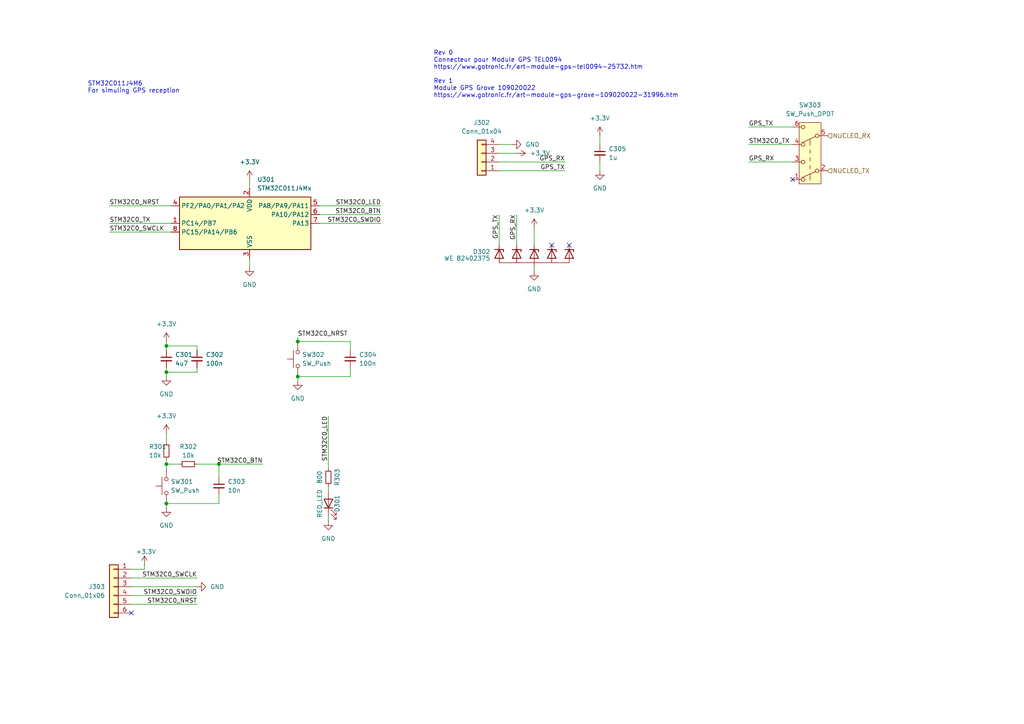
<source format=kicad_sch>
(kicad_sch (version 20231120) (generator "eeschema") (generator_version "8.0")
  (paper "A4")
  (lib_symbols
    (symbol "Connector_Generic:Conn_01x04" (pin_names (offset 1.016) hide)
      (property "Reference" "J" (at 0 5.08 0))
      (property "Value" "Conn_01x04" (at 0 -7.62 0))
      (symbol "Conn_01x04_1_1"
        (rectangle (start -1.27 -4.953) (end 0 -5.207) (stroke (width 0.1524)))
        (rectangle (start -1.27 -2.413) (end 0 -2.667) (stroke (width 0.1524)))
        (rectangle (start -1.27 0.127) (end 0 -0.127) (stroke (width 0.1524)))
        (rectangle (start -1.27 2.667) (end 0 2.413) (stroke (width 0.1524)))
        (rectangle (start -1.27 3.81) (end 1.27 -6.35) (stroke (width 0.254)) (fill (type background)))
        (pin passive line (at -5.08 2.54 0) (length 3.81) (name "Pin_1") (number "1"))
        (pin passive line (at -5.08 0 0) (length 3.81) (name "Pin_2") (number "2"))
        (pin passive line (at -5.08 -2.54 0) (length 3.81) (name "Pin_3") (number "3"))
        (pin passive line (at -5.08 -5.08 0) (length 3.81) (name "Pin_4") (number "4"))
      )
    )
    (symbol "Connector_Generic:Conn_01x06" (pin_names (offset 1.016) hide)
      (property "Reference" "J" (at 0 7.62 0))
      (property "Value" "Conn_01x06" (at 0 -10.16 0))
      (symbol "Conn_01x06_1_1"
        (rectangle (start -1.27 -7.493) (end 0 -7.747) (stroke (width 0.1524)))
        (rectangle (start -1.27 -4.953) (end 0 -5.207) (stroke (width 0.1524)))
        (rectangle (start -1.27 -2.413) (end 0 -2.667) (stroke (width 0.1524)))
        (rectangle (start -1.27 0.127) (end 0 -0.127) (stroke (width 0.1524)))
        (rectangle (start -1.27 2.667) (end 0 2.413) (stroke (width 0.1524)))
        (rectangle (start -1.27 5.207) (end 0 4.953) (stroke (width 0.1524)))
        (rectangle (start -1.27 6.35) (end 1.27 -8.89) (stroke (width 0.254)) (fill (type background)))
        (pin passive line (at -5.08 5.08 0) (length 3.81) (name "Pin_1") (number "1"))
        (pin passive line (at -5.08 2.54 0) (length 3.81) (name "Pin_2") (number "2"))
        (pin passive line (at -5.08 0 0) (length 3.81) (name "Pin_3") (number "3"))
        (pin passive line (at -5.08 -2.54 0) (length 3.81) (name "Pin_4") (number "4"))
        (pin passive line (at -5.08 -5.08 0) (length 3.81) (name "Pin_5") (number "5"))
        (pin passive line (at -5.08 -7.62 0) (length 3.81) (name "Pin_6") (number "6"))
      )
    )
    (symbol "Device:C_Small" (pin_numbers hide) (pin_names (offset 0.254) hide)
      (property "Reference" "C" (at 0.254 1.778 0))
      (property "Value" "C_Small" (at 0.254 -2.032 0))
      (symbol "C_Small_0_1"
        (polyline (pts (xy -1.524 -0.508) (xy 1.524 -0.508)) (stroke (width 0.3302)))
        (polyline (pts (xy -1.524 0.508) (xy 1.524 0.508)) (stroke (width 0.3048)))
      )
      (symbol "C_Small_1_1"
        (pin passive line (at 0 2.54 270) (length 2.032) (name "~") (number "1"))
        (pin passive line (at 0 -2.54 90) (length 2.032) (name "~") (number "2"))
      )
    )
    (symbol "Device:LED" (pin_numbers hide) (pin_names (offset 1.016) hide)
      (property "Reference" "D" (at 0 2.54 0))
      (property "Value" "LED" (at 0 -2.54 0))
      (symbol "LED_0_1"
        (polyline (pts (xy -1.27 -1.27) (xy -1.27 1.27)) (stroke (width 0.254)))
        (polyline (pts (xy -1.27 0) (xy 1.27 0)))
        (polyline (pts (xy 1.27 -1.27) (xy 1.27 1.27) (xy -1.27 0) (xy 1.27 -1.27)) (stroke (width 0.254)))
        (polyline (pts (xy -3.048 -0.762) (xy -4.572 -2.286) (xy -3.81 -2.286) (xy -4.572 -2.286) (xy -4.572 -1.524)))
        (polyline (pts (xy -1.778 -0.762) (xy -3.302 -2.286) (xy -2.54 -2.286) (xy -3.302 -2.286) (xy -3.302 -1.524)))
      )
      (symbol "LED_1_1"
        (pin passive line (at -3.81 0 0) (length 2.54) (name "K") (number "1"))
        (pin passive line (at 3.81 0 180) (length 2.54) (name "A") (number "2"))
      )
    )
    (symbol "Device:R_Small" (pin_numbers hide) (pin_names (offset 0.254) hide)
      (property "Reference" "R" (at 0.762 0.508 0))
      (property "Value" "R_Small" (at 0.762 -1.016 0))
      (symbol "R_Small_0_1"
        (rectangle (start -0.762 1.778) (end 0.762 -1.778) (stroke (width 0.2032)))
      )
      (symbol "R_Small_1_1"
        (pin passive line (at 0 2.54 270) (length 0.762) (name "~") (number "1"))
        (pin passive line (at 0 -2.54 90) (length 0.762) (name "~") (number "2"))
      )
    )
    (symbol "MCU_ST_STM32C0:STM32C011J4Mx"
      (property "Reference" "U" (at -17.78 8.89 0))
      (property "Value" "STM32C011J4Mx" (at 5.08 8.89 0))
      (symbol "STM32C011J4Mx_0_1"
        (rectangle (start -17.78 -7.62) (end 20.32 7.62) (stroke (width 0.254)) (fill (type background)))
      )
      (symbol "STM32C011J4Mx_1_1"
        (pin bidirectional line (at -20.32 0 0) (length 2.54) (name "PC14/PB7") (number "1"))
        (pin power_in line (at 2.54 10.16 270) (length 2.54) (name "VDD") (number "2"))
        (pin power_in line (at 2.54 -10.16 90) (length 2.54) (name "VSS") (number "3"))
        (pin bidirectional line (at -20.32 5.08 0) (length 2.54) (name "PF2/PA0/PA1/PA2") (number "4"))
        (pin bidirectional line (at 22.86 5.08 180) (length 2.54) (name "PA8/PA9/PA11") (number "5"))
        (pin bidirectional line (at 22.86 2.54 180) (length 2.54) (name "PA10/PA12") (number "6"))
        (pin bidirectional line (at 22.86 0 180) (length 2.54) (name "PA13") (number "7"))
        (pin bidirectional line (at -20.32 -2.54 0) (length 2.54) (name "PC15/PA14/PB6") (number "8"))
      )
    )
    (symbol "Switch:SW_Push" (pin_numbers hide) (pin_names (offset 1.016) hide)
      (property "Reference" "SW" (at 1.27 2.54 0))
      (property "Value" "SW_Push" (at 0 -1.524 0))
      (symbol "SW_Push_0_1"
        (circle (center -2.032 0) (radius 0.508))
        (polyline (pts (xy 0 1.27) (xy 0 3.048)))
        (polyline (pts (xy 2.54 1.27) (xy -2.54 1.27)))
        (circle (center 2.032 0) (radius 0.508))
        (pin passive line (at -5.08 0 0) (length 2.54) (name "1") (number "1"))
        (pin passive line (at 5.08 0 180) (length 2.54) (name "2") (number "2"))
      )
    )
    (symbol "Switch:SW_Push_DPDT" (pin_names (offset 0) hide)
      (property "Reference" "SW" (at 0 10.16 0))
      (property "Value" "SW_Push_DPDT" (at 0 -10.16 0))
      (symbol "SW_Push_DPDT_0_0"
        (circle (center -2.032 -5.08) (radius 0.508))
        (circle (center -2.032 5.08) (radius 0.508))
        (circle (center 2.032 -7.62) (radius 0.508))
        (circle (center 2.032 2.54) (radius 0.508))
      )
      (symbol "SW_Push_DPDT_0_1"
        (polyline (pts (xy -1.524 -4.826) (xy 2.3368 -3.0988)))
        (polyline (pts (xy -1.524 5.334) (xy 2.3368 7.0612)))
        (polyline (pts (xy 0 -2.286) (xy 0 -4.064)))
        (polyline (pts (xy 0 -1.016) (xy 0 0)))
        (polyline (pts (xy 0 1.27) (xy 0 2.286)))
        (polyline (pts (xy 0 3.556) (xy 0 4.572)))
        (polyline (pts (xy 0 7.874) (xy 0 6.096)))
        (circle (center 2.032 -2.54) (radius 0.508))
        (circle (center 2.032 7.62) (radius 0.508))
      )
      (symbol "SW_Push_DPDT_1_1"
        (rectangle (start -3.175 8.89) (end 3.175 -8.89) (fill (type background)))
        (pin passive line (at 5.08 7.62 180) (length 2.54) (name "A") (number "1"))
        (pin passive line (at -5.08 5.08 0) (length 2.54) (name "B") (number "2"))
        (pin passive line (at 5.08 2.54 180) (length 2.54) (name "C") (number "3"))
        (pin passive line (at 5.08 -2.54 180) (length 2.54) (name "A") (number "4"))
        (pin passive line (at -5.08 -5.08 0) (length 2.54) (name "B") (number "5"))
        (pin passive line (at 5.08 -7.62 180) (length 2.54) (name "C") (number "6"))
      )
    )
    (symbol "mylibs:D_TVS_Uni_x5"
      (property "Reference" "D" (at 0 8.636 0))
      (symbol "D_TVS_Uni_x5_0_1"
        (polyline (pts (xy -10.16 -1.27) (xy -10.16 -3.81)))
        (polyline (pts (xy -5.08 -1.27) (xy -5.08 -3.81)))
        (polyline (pts (xy -5.08 1.27) (xy 0 1.27)))
        (polyline (pts (xy 0 -1.27) (xy 0 -3.81)))
        (polyline (pts (xy 5.08 -1.27) (xy 5.08 -3.81)))
        (polyline (pts (xy 10.16 -1.27) (xy 10.16 -3.81)))
        (polyline (pts (xy -5.08 -1.27) (xy -5.08 1.27) (xy -10.16 1.27) (xy -10.16 -1.27)))
        (polyline (pts (xy 5.08 -1.27) (xy 5.08 1.27) (xy 0 1.27) (xy 0 -1.27)))
        (polyline (pts (xy 10.16 -1.27) (xy 10.16 1.27) (xy 5.08 1.27) (xy 5.08 -1.27)))
      )
      (symbol "D_TVS_Uni_x5_1_1"
        (polyline (pts (xy -11.43 -1.905) (xy -11.43 -2.54) (xy -8.89 -2.54)) (stroke (width 0.254)))
        (polyline (pts (xy -6.35 -1.905) (xy -6.35 -2.54) (xy -3.81 -2.54)) (stroke (width 0.254)))
        (polyline (pts (xy -1.27 -1.905) (xy -1.27 -2.54) (xy 1.27 -2.54)) (stroke (width 0.254)))
        (polyline (pts (xy 3.81 -1.905) (xy 3.81 -2.54) (xy 6.35 -2.54)) (stroke (width 0.254)))
        (polyline (pts (xy 8.89 -1.905) (xy 8.89 -2.54) (xy 11.43 -2.54)) (stroke (width 0.254)))
        (polyline (pts (xy -10.16 -2.54) (xy -11.43 0) (xy -8.89 0) (xy -10.16 -2.54)) (stroke (width 0.254)))
        (polyline (pts (xy -5.08 -2.54) (xy -6.35 0) (xy -3.81 0) (xy -5.08 -2.54)) (stroke (width 0.254)))
        (polyline (pts (xy 0 -2.54) (xy -1.27 0) (xy 1.27 0) (xy 0 -2.54)) (stroke (width 0.254)))
        (polyline (pts (xy 5.08 -2.54) (xy 3.81 0) (xy 6.35 0) (xy 5.08 -2.54)) (stroke (width 0.254)))
        (polyline (pts (xy 10.16 -2.54) (xy 8.89 0) (xy 11.43 0) (xy 10.16 -2.54)) (stroke (width 0.254)))
        (pin passive line (at -10.16 -3.81 90) (length 1.27) (name "I/O") (number "1"))
        (pin passive line (at 0 2.54 270) (length 1.27) (name "GND") (number "2"))
        (pin passive line (at -5.08 -3.81 90) (length 1.27) (name "I/O") (number "3"))
        (pin passive line (at 0 -3.81 90) (length 1.27) (name "I/O") (number "4"))
        (pin passive line (at 5.08 -3.81 90) (length 1.27) (name "I/O") (number "5"))
        (pin passive line (at 10.16 -3.81 90) (length 1.27) (name "I/O") (number "6"))
      )
    )
    (symbol "power:+3.3V" (power) (pin_numbers hide) (pin_names (offset 0) hide)
      (property "Value" "+3.3V" (at 0 3.556 0))
      (symbol "+3.3V_0_1"
        (polyline (pts (xy -0.762 1.27) (xy 0 2.54)))
        (polyline (pts (xy 0 0) (xy 0 2.54)))
        (polyline (pts (xy 0 2.54) (xy 0.762 1.27)))
      )
      (symbol "+3.3V_1_1"
        (pin power_in line (at 0 0 90) (length 0) (name "~") (number "1"))
      )
    )
    (symbol "power:GND" (power) (pin_numbers hide) (pin_names (offset 0) hide)
      (property "Value" "GND" (at 0 -3.81 0))
      (symbol "GND_0_1"
        (polyline (pts (xy 0 0) (xy 0 -1.27) (xy 1.27 -1.27) (xy 0 -2.54) (xy -1.27 -1.27) (xy 0 -1.27)))
      )
      (symbol "GND_1_1"
        (pin power_in line (at 0 0 270) (length 0) (name "~") (number "1"))
      )
    )
  )
  (junction (at 48.26 107.95))
  (junction (at 48.26 146.05))
  (junction (at 86.36 109.22))
  (junction (at 63.5 134.62))
  (junction (at 48.26 100.33))
  (junction (at 48.26 134.62))
  (junction (at 86.36 99.06))
  (no_connect (at 160.02 71.12))
  (no_connect (at 165.1 71.12))
  (no_connect (at 229.87 52.07))
  (no_connect (at 38.1 177.8))
  (wire (pts (xy 57.15 167.64) (xy 38.1 167.64)))
  (wire (pts (xy 101.6 109.22) (xy 86.36 109.22)))
  (wire (pts (xy 48.26 106.68) (xy 48.26 107.95)))
  (wire (pts (xy 173.99 46.99) (xy 173.99 49.53)))
  (wire (pts (xy 144.78 44.45) (xy 149.86 44.45)))
  (wire (pts (xy 48.26 107.95) (xy 57.15 107.95)))
  (wire (pts (xy 95.25 140.97) (xy 95.25 142.24)))
  (wire (pts (xy 86.36 99.06) (xy 86.36 97.79)))
  (wire (pts (xy 63.5 143.51) (xy 63.5 146.05)))
  (wire (pts (xy 217.17 46.99) (xy 229.87 46.99)))
  (wire (pts (xy 92.71 62.23) (xy 110.49 62.23)))
  (wire (pts (xy 154.94 66.04) (xy 154.94 71.12)))
  (wire (pts (xy 92.71 64.77) (xy 110.49 64.77)))
  (wire (pts (xy 92.71 59.69) (xy 110.49 59.69)))
  (wire (pts (xy 86.36 99.06) (xy 101.6 99.06)))
  (wire (pts (xy 101.6 106.68) (xy 101.6 109.22)))
  (wire (pts (xy 72.39 74.93) (xy 72.39 77.47)))
  (wire (pts (xy 144.78 46.99) (xy 163.83 46.99)))
  (wire (pts (xy 86.36 109.22) (xy 86.36 110.49)))
  (wire (pts (xy 173.99 39.37) (xy 173.99 41.91)))
  (wire (pts (xy 48.26 99.06) (xy 48.26 100.33)))
  (wire (pts (xy 57.15 175.26) (xy 38.1 175.26)))
  (wire (pts (xy 95.25 149.86) (xy 95.25 151.13)))
  (wire (pts (xy 48.26 100.33) (xy 57.15 100.33)))
  (wire (pts (xy 154.94 77.47) (xy 154.94 78.74)))
  (wire (pts (xy 48.26 134.62) (xy 48.26 135.89)))
  (wire (pts (xy 217.17 41.91) (xy 229.87 41.91)))
  (wire (pts (xy 57.15 170.18) (xy 38.1 170.18)))
  (wire (pts (xy 72.39 52.07) (xy 72.39 54.61)))
  (wire (pts (xy 217.17 36.83) (xy 229.87 36.83)))
  (wire (pts (xy 31.75 59.69) (xy 49.53 59.69)))
  (wire (pts (xy 57.15 101.6) (xy 57.15 100.33)))
  (wire (pts (xy 48.26 107.95) (xy 48.26 109.22)))
  (wire (pts (xy 48.26 133.35) (xy 48.26 134.62)))
  (wire (pts (xy 57.15 134.62) (xy 63.5 134.62)))
  (wire (pts (xy 144.78 41.91) (xy 148.59 41.91)))
  (wire (pts (xy 63.5 134.62) (xy 63.5 138.43)))
  (wire (pts (xy 48.26 125.73) (xy 48.26 128.27)))
  (wire (pts (xy 101.6 101.6) (xy 101.6 99.06)))
  (wire (pts (xy 31.75 64.77) (xy 49.53 64.77)))
  (wire (pts (xy 63.5 146.05) (xy 48.26 146.05)))
  (wire (pts (xy 48.26 100.33) (xy 48.26 101.6)))
  (wire (pts (xy 76.2 134.62) (xy 63.5 134.62)))
  (wire (pts (xy 41.91 163.83) (xy 41.91 165.1)))
  (wire (pts (xy 95.25 120.65) (xy 95.25 135.89)))
  (wire (pts (xy 149.86 62.23) (xy 149.86 71.12)))
  (wire (pts (xy 31.75 67.31) (xy 49.53 67.31)))
  (wire (pts (xy 144.78 62.23) (xy 144.78 71.12)))
  (wire (pts (xy 57.15 172.72) (xy 38.1 172.72)))
  (wire (pts (xy 48.26 146.05) (xy 48.26 147.32)))
  (wire (pts (xy 57.15 106.68) (xy 57.15 107.95)))
  (wire (pts (xy 41.91 165.1) (xy 38.1 165.1)))
  (wire (pts (xy 144.78 49.53) (xy 163.83 49.53)))
  (wire (pts (xy 48.26 134.62) (xy 52.07 134.62)))
  (text "Rev 0\nConnecteur pour Module GPS TEL0094\nhttps://www.gotronic.fr/art-module-gps-tel0094-25732.htm\n\nRev 1\nModule GPS Grove 109020022\nhttps://www.gotronic.fr/art-module-gps-grove-109020022-31996.htm" (at 125.73 21.59 0) (effects (font (size 1.27 1.27)) (justify left)))
  (text "STM32C011J4M6\nFor simuling GPS reception" (at 25.4 25.4 0) (effects (font (size 1.27 1.27)) (justify left)))
  (label "STM32C0_LED" (at 110.49 59.69 180))
  (label "STM32C0_SWDIO" (at 57.15 172.72 180))
  (label "STM32C0_SWDIO" (at 110.49 64.77 180))
  (label "GPS_TX" (at 163.83 49.53 180))
  (label "GPS_TX" (at 144.78 62.23 270))
  (label "GPS_RX" (at 149.86 62.23 270))
  (label "STM32C0_BTN" (at 110.49 62.23 180))
  (label "STM32C0_LED" (at 95.25 120.65 270))
  (label "STM32C0_TX" (at 217.17 41.91 0))
  (label "STM32C0_TX" (at 31.75 64.77 0))
  (label "STM32C0_BTN" (at 76.2 134.62 180))
  (label "GPS_TX" (at 217.17 36.83 0))
  (label "GPS_RX" (at 217.17 46.99 0))
  (label "GPS_RX" (at 163.83 46.99 180))
  (label "STM32C0_SWCLK" (at 31.75 67.31 0))
  (label "STM32C0_NRST" (at 86.36 97.79 0))
  (label "STM32C0_NRST" (at 57.15 175.26 180))
  (label "STM32C0_SWCLK" (at 57.15 167.64 180))
  (label "STM32C0_NRST" (at 31.75 59.69 0))
  (hierarchical_label "NUCLEO_RX" (shape input) (at 240.03 39.37 0))
  (hierarchical_label "NUCLEO_TX" (shape input) (at 240.03 49.53 0))
  (symbol (lib_id "Device:C_Small") (at 48.26 104.14 0) (unit 1)
    (property "Reference" "C301" (at 50.8 102.8762 0) (effects (justify left)))
    (property "Value" "4u7" (at 50.8 105.4162 0) (effects (justify left)))
    (property "Footprint" "Capacitor_SMD:C_0402_1005Metric" (effects (hide yes)))
    (property "Description" "Unpolarized capacitor, small symbol" (effects (hide yes)))
    (property "MPN" "WE 885012105008" (effects (hide yes)))
  )
  (symbol (lib_id "power:GND") (at 173.99 49.53 0) (unit 1)
    (property "Reference" "#PWR0316" (effects (hide yes)))
    (property "Value" "GND" (at 173.99 54.61 0))
    (property "Description" "Power symbol creates a global label with name \"GND\" , ground" (effects (hide yes)))
  )
  (symbol (lib_id "power:GND") (at 72.39 77.47 0) (unit 1)
    (property "Reference" "#PWR0308" (effects (hide yes)))
    (property "Value" "GND" (at 72.39 82.55 0))
    (property "Description" "Power symbol creates a global label with name \"GND\" , ground" (effects (hide yes)))
  )
  (symbol (lib_id "power:+3.3V") (at 149.86 44.45 270) (unit 1)
    (property "Reference" "#PWR0312" (effects (hide yes)))
    (property "Value" "+3.3V" (at 153.67 44.4499 90) (effects (justify left)))
    (property "Description" "Power symbol creates a global label with name \"+3.3V\"" (effects (hide yes)))
  )
  (symbol (lib_id "power:+3.3V") (at 72.39 52.07 0) (unit 1)
    (property "Reference" "#PWR0307" (effects (hide yes)))
    (property "Value" "+3.3V" (at 72.39 46.99 0))
    (property "Description" "Power symbol creates a global label with name \"+3.3V\"" (effects (hide yes)))
  )
  (symbol (lib_id "Device:C_Small") (at 57.15 104.14 0) (unit 1)
    (property "Reference" "C302" (at 59.69 102.8762 0) (effects (justify left)))
    (property "Value" "100n" (at 59.69 105.4162 0) (effects (justify left)))
    (property "Footprint" "Capacitor_SMD:C_0402_1005Metric" (effects (hide yes)))
    (property "Description" "Unpolarized capacitor, small symbol" (effects (hide yes)))
    (property "MPN" "WE 885012105018" (effects (hide yes)))
  )
  (symbol (lib_id "Device:R_Small") (at 54.61 134.62 90) (unit 1)
    (property "Reference" "R302" (at 54.61 129.54 90))
    (property "Value" "10k" (at 54.61 132.08 90))
    (property "Footprint" "Resistor_SMD:R_0402_1005Metric" (effects (hide yes)))
    (property "Description" "Resistor, small symbol" (effects (hide yes)))
  )
  (symbol (lib_id "Device:LED") (at 95.25 146.05 90) (unit 1)
    (property "Reference" "D301" (at 97.79 146.05 0))
    (property "Value" "RED_LED" (at 92.71 146.05 0))
    (property "Footprint" "LED_SMD:LED_0603_1608Metric" (effects (hide yes)))
    (property "Datasheet" "https://www.we-online.com/components/products/datasheet/150060RS55040.pdf" (effects (hide yes)))
    (property "Description" "Light emitting diode" (effects (hide yes)))
    (property "MPN" "WE 150060RS55040" (effects (hide yes)))
  )
  (symbol (lib_id "Device:C_Small") (at 173.99 44.45 0) (unit 1)
    (property "Reference" "C305" (at 176.53 43.1862 0) (effects (justify left)))
    (property "Value" "1u" (at 176.53 45.7262 0) (effects (justify left)))
    (property "Footprint" "Capacitor_SMD:C_0402_1005Metric" (effects (hide yes)))
    (property "Description" "Unpolarized capacitor, small symbol" (effects (hide yes)))
    (property "MPN" "WE 885012105012" (effects (hide yes)))
  )
  (symbol (lib_id "Connector_Generic:Conn_01x04") (at 139.7 46.99 180) (unit 1)
    (property "Reference" "J302" (at 139.7 35.56 0))
    (property "Value" "Conn_01x04" (at 139.7 38.1 0))
    (property "Footprint" "libs:Grove_PHS-4AW" (effects (hide yes)))
    (property "Description" "Generic connector, single row, 01x04, script generated (kicad-library-utils/schlib/autogen/connector/)" (effects (hide yes)))
  )
  (symbol (lib_id "MCU_ST_STM32C0:STM32C011J4Mx") (at 69.85 64.77 0) (unit 1)
    (property "Reference" "U301" (at 74.5841 52.07 0) (effects (justify left)))
    (property "Value" "STM32C011J4Mx" (at 74.5841 54.61 0) (effects (justify left)))
    (property "Footprint" "Package_SO:SOIC-8_3.9x4.9mm_P1.27mm" (effects (hide yes)))
    (property "Datasheet" "https://www.st.com/resource/en/datasheet/stm32c011j4.pdf" (effects (hide yes)))
    (property "Description" "STMicroelectronics Arm Cortex-M0+ MCU, 16KB flash, 6KB RAM, 48 MHz, 2.0-3.6V, 6 GPIO, SO8N" (effects (hide yes)))
    (property "MPN" "STM32C011J4M6" (effects (hide yes)))
  )
  (symbol (lib_id "power:+3.3V") (at 48.26 99.06 0) (unit 1)
    (property "Reference" "#PWR0301" (effects (hide yes)))
    (property "Value" "+3.3V" (at 48.26 93.98 0))
    (property "Description" "Power symbol creates a global label with name \"+3.3V\"" (effects (hide yes)))
  )
  (symbol (lib_id "power:GND") (at 95.25 151.13 0) (unit 1)
    (property "Reference" "#PWR0310" (effects (hide yes)))
    (property "Value" "GND" (at 95.25 156.21 0))
    (property "Description" "Power symbol creates a global label with name \"GND\" , ground" (effects (hide yes)))
  )
  (symbol (lib_id "mylibs:D_TVS_Uni_x5") (at 154.94 74.93 180) (unit 1)
    (property "Reference" "D302" (at 142.24 73.0249 0) (effects (justify left)))
    (property "Value" "WE 82402375" (at 142.24 74.93 0) (effects (justify left)))
    (property "Footprint" "libs:SC70-6L" (effects (hide yes)))
    (property "Datasheet" "https://www.we-online.com/components/products/datasheet/82402375.pdf" (effects (hide yes)))
    (property "Description" "TVS 5V x5" (effects (hide yes)))
    (property "MPN" "WE 82402375" (effects (hide yes)))
  )
  (symbol (lib_id "power:GND") (at 154.94 78.74 0) (unit 1)
    (property "Reference" "#PWR0313" (effects (hide yes)))
    (property "Value" "GND" (at 154.94 83.82 0))
    (property "Description" "Power symbol creates a global label with name \"GND\" , ground" (effects (hide yes)))
  )
  (symbol (lib_id "Device:R_Small") (at 48.26 130.81 180) (unit 1)
    (property "Reference" "R301" (at 43.18 129.54 0) (effects (justify right)))
    (property "Value" "10k" (at 43.18 132.08 0) (effects (justify right)))
    (property "Footprint" "Resistor_SMD:R_0402_1005Metric" (effects (hide yes)))
    (property "Description" "Resistor, small symbol" (effects (hide yes)))
  )
  (symbol (lib_id "power:+3.3V") (at 173.99 39.37 0) (unit 1)
    (property "Reference" "#PWR0315" (effects (hide yes)))
    (property "Value" "+3.3V" (at 173.99 34.29 0))
    (property "Description" "Power symbol creates a global label with name \"+3.3V\"" (effects (hide yes)))
  )
  (symbol (lib_id "Connector_Generic:Conn_01x06") (at 33.02 170.18 0) (mirror y) (unit 1)
    (property "Reference" "J303" (at 30.48 170.1799 0) (effects (justify left)))
    (property "Value" "Conn_01x06" (at 30.48 172.7199 0) (effects (justify left)))
    (property "Footprint" "Connector_PinHeader_2.54mm:PinHeader_1x06_P2.54mm_Vertical_SMD_Pin1Left" (effects (hide yes)))
    (property "Description" "Generic connector, single row, 01x06, script generated (kicad-library-utils/schlib/autogen/connector/)" (effects (hide yes)))
  )
  (symbol (lib_id "power:GND") (at 48.26 109.22 0) (unit 1)
    (property "Reference" "#PWR0302" (effects (hide yes)))
    (property "Value" "GND" (at 48.26 114.3 0))
    (property "Description" "Power symbol creates a global label with name \"GND\" , ground" (effects (hide yes)))
  )
  (symbol (lib_id "power:GND") (at 57.15 170.18 90) (unit 1)
    (property "Reference" "#PWR0317" (effects (hide yes)))
    (property "Value" "GND" (at 60.96 170.1799 90) (effects (justify right)))
    (property "Description" "Power symbol creates a global label with name \"GND\" , ground" (effects (hide yes)))
  )
  (symbol (lib_id "power:+3.3V") (at 41.91 163.83 0) (unit 1)
    (property "Reference" "#PWR0305" (effects (hide yes)))
    (property "Value" "+3.3V" (at 39.37 160.02 0) (effects (justify left)))
    (property "Description" "Power symbol creates a global label with name \"+3.3V\"" (effects (hide yes)))
  )
  (symbol (lib_id "Switch:SW_Push_DPDT") (at 234.95 44.45 180) (unit 1)
    (property "Reference" "SW303" (at 234.95 30.48 0))
    (property "Value" "SW_Push_DPDT" (at 234.95 33.02 0))
    (property "Footprint" "Button_Switch_SMD:SW_DPDT_CK_JS202011JCQN" (effects (hide yes)))
    (property "Description" "Momentary Switch, dual pole double throw" (effects (hide yes)))
    (property "MPN" "JS202011JCQN" (effects (hide yes)))
  )
  (symbol (lib_id "Device:R_Small") (at 95.25 138.43 0) (unit 1)
    (property "Reference" "R303" (at 97.79 138.43 90))
    (property "Value" "800" (at 92.71 138.43 90))
    (property "Footprint" "Resistor_SMD:R_0402_1005Metric" (effects (hide yes)))
    (property "Description" "Resistor, small symbol" (effects (hide yes)))
  )
  (symbol (lib_id "power:GND") (at 48.26 147.32 0) (unit 1)
    (property "Reference" "#PWR0304" (effects (hide yes)))
    (property "Value" "GND" (at 48.26 152.4 0))
    (property "Description" "Power symbol creates a global label with name \"GND\" , ground" (effects (hide yes)))
  )
  (symbol (lib_id "Device:C_Small") (at 101.6 104.14 0) (unit 1)
    (property "Reference" "C304" (at 104.14 102.8762 0) (effects (justify left)))
    (property "Value" "100n" (at 104.14 105.4162 0) (effects (justify left)))
    (property "Footprint" "Capacitor_SMD:C_0402_1005Metric" (effects (hide yes)))
    (property "Description" "Unpolarized capacitor, small symbol" (effects (hide yes)))
    (property "MPN" "WE 885012105018" (effects (hide yes)))
  )
  (symbol (lib_id "Device:C_Small") (at 63.5 140.97 0) (unit 1)
    (property "Reference" "C303" (at 66.04 139.7062 0) (effects (justify left)))
    (property "Value" "10n" (at 66.04 142.2462 0) (effects (justify left)))
    (property "Footprint" "Capacitor_SMD:C_0402_1005Metric" (effects (hide yes)))
    (property "Description" "Unpolarized capacitor, small symbol" (effects (hide yes)))
    (property "MPN" "WE 885012205050" (effects (hide yes)))
  )
  (symbol (lib_id "power:GND") (at 148.59 41.91 90) (unit 1)
    (property "Reference" "#PWR0311" (effects (hide yes)))
    (property "Value" "GND" (at 152.4 41.9099 90) (effects (justify right)))
    (property "Description" "Power symbol creates a global label with name \"GND\" , ground" (effects (hide yes)))
  )
  (symbol (lib_id "Switch:SW_Push") (at 48.26 140.97 90) (unit 1)
    (property "Reference" "SW301" (at 49.53 139.6999 90) (effects (justify right)))
    (property "Value" "SW_Push" (at 49.53 142.2399 90) (effects (justify right)))
    (property "Footprint" "Button_Switch_SMD:SW_Push_1P1T_NO_6x6mm_H9.5mm" (effects (hide yes)))
    (property "Description" "Push button switch, generic, two pins" (effects (hide yes)))
    (property "MPN" "WE 430182070816" (effects (hide yes)))
  )
  (symbol (lib_id "power:GND") (at 86.36 110.49 0) (unit 1)
    (property "Reference" "#PWR0309" (effects (hide yes)))
    (property "Value" "GND" (at 86.36 115.57 0))
    (property "Description" "Power symbol creates a global label with name \"GND\" , ground" (effects (hide yes)))
  )
  (symbol (lib_id "power:+3.3V") (at 154.94 66.04 0) (unit 1)
    (property "Reference" "#PWR0306" (effects (hide yes)))
    (property "Value" "+3.3V" (at 154.94 60.96 0))
    (property "Description" "Power symbol creates a global label with name \"+3.3V\"" (effects (hide yes)))
  )
  (symbol (lib_id "power:+3.3V") (at 48.26 125.73 0) (unit 1)
    (property "Reference" "#PWR0303" (effects (hide yes)))
    (property "Value" "+3.3V" (at 48.26 120.65 0))
    (property "Description" "Power symbol creates a global label with name \"+3.3V\"" (effects (hide yes)))
  )
  (symbol (lib_id "Switch:SW_Push") (at 86.36 104.14 90) (unit 1)
    (property "Reference" "SW302" (at 87.63 102.8699 90) (effects (justify right)))
    (property "Value" "SW_Push" (at 87.63 105.4099 90) (effects (justify right)))
    (property "Footprint" "Button_Switch_SMD:SW_Push_1P1T_NO_6x6mm_H9.5mm" (effects (hide yes)))
    (property "Description" "Push button switch, generic, two pins" (effects (hide yes)))
    (property "MPN" "WE 430182070816" (effects (hide yes)))
  )
)
</source>
